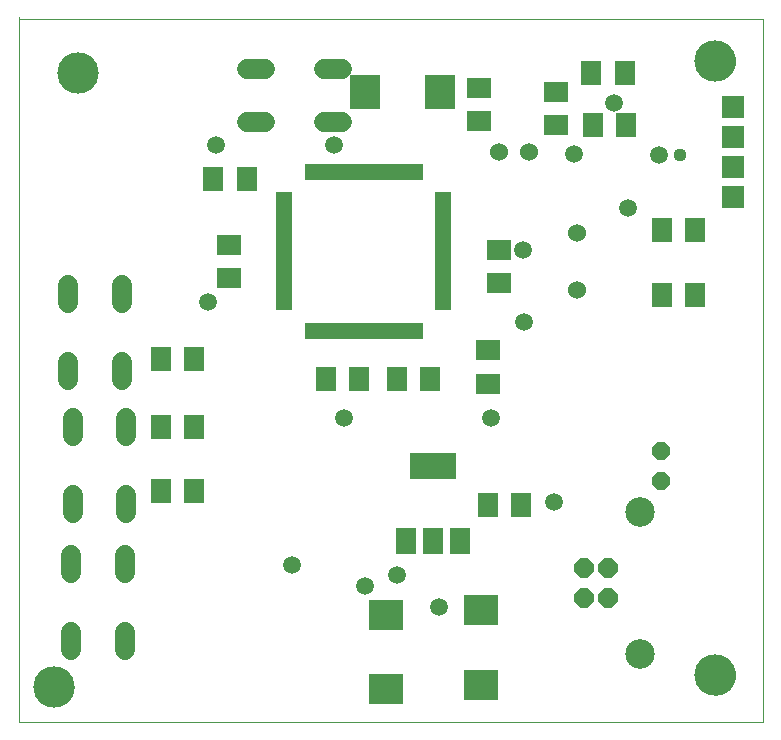
<source format=gbr>
G04 EAGLE Gerber RS-274X export*
G75*
%MOMM*%
%FSLAX34Y34*%
%LPD*%
%INSoldermask Top*%
%IPPOS*%
%AMOC8*
5,1,8,0,0,1.08239X$1,22.5*%
G01*
%ADD10C,0.000000*%
%ADD11C,3.503200*%
%ADD12R,2.003200X1.803200*%
%ADD13R,3.003200X2.603200*%
%ADD14R,1.803200X2.003200*%
%ADD15R,2.603200X3.003200*%
%ADD16R,1.403200X0.503200*%
%ADD17R,0.503200X1.403200*%
%ADD18R,1.701800X2.209800*%
%ADD19R,4.013200X2.209800*%
%ADD20C,1.727200*%
%ADD21P,1.649562X8X292.500000*%
%ADD22C,1.524000*%
%ADD23R,1.803200X2.006200*%
%ADD24R,2.006200X1.803200*%
%ADD25P,1.798066X8X112.500000*%
%ADD26C,2.503200*%
%ADD27R,1.908300X1.908300*%
%ADD28C,1.503200*%
%ADD29C,1.109600*%


D10*
X0Y0D02*
X629920Y0D01*
X0Y595630D02*
X0Y596900D01*
X33500Y550000D02*
X33505Y550405D01*
X33520Y550810D01*
X33545Y551214D01*
X33579Y551617D01*
X33624Y552020D01*
X33679Y552421D01*
X33743Y552821D01*
X33817Y553219D01*
X33901Y553615D01*
X33994Y554009D01*
X34098Y554401D01*
X34210Y554790D01*
X34333Y555176D01*
X34465Y555559D01*
X34606Y555938D01*
X34756Y556314D01*
X34916Y556686D01*
X35084Y557055D01*
X35262Y557419D01*
X35448Y557778D01*
X35644Y558133D01*
X35847Y558483D01*
X36060Y558827D01*
X36281Y559167D01*
X36510Y559501D01*
X36747Y559829D01*
X36992Y560151D01*
X37245Y560467D01*
X37506Y560777D01*
X37774Y561081D01*
X38050Y561377D01*
X38333Y561667D01*
X38623Y561950D01*
X38919Y562226D01*
X39223Y562494D01*
X39533Y562755D01*
X39849Y563008D01*
X40171Y563253D01*
X40499Y563490D01*
X40833Y563719D01*
X41173Y563940D01*
X41517Y564153D01*
X41867Y564356D01*
X42222Y564552D01*
X42581Y564738D01*
X42945Y564916D01*
X43314Y565084D01*
X43686Y565244D01*
X44062Y565394D01*
X44441Y565535D01*
X44824Y565667D01*
X45210Y565790D01*
X45599Y565902D01*
X45991Y566006D01*
X46385Y566099D01*
X46781Y566183D01*
X47179Y566257D01*
X47579Y566321D01*
X47980Y566376D01*
X48383Y566421D01*
X48786Y566455D01*
X49190Y566480D01*
X49595Y566495D01*
X50000Y566500D01*
X50405Y566495D01*
X50810Y566480D01*
X51214Y566455D01*
X51617Y566421D01*
X52020Y566376D01*
X52421Y566321D01*
X52821Y566257D01*
X53219Y566183D01*
X53615Y566099D01*
X54009Y566006D01*
X54401Y565902D01*
X54790Y565790D01*
X55176Y565667D01*
X55559Y565535D01*
X55938Y565394D01*
X56314Y565244D01*
X56686Y565084D01*
X57055Y564916D01*
X57419Y564738D01*
X57778Y564552D01*
X58133Y564356D01*
X58483Y564153D01*
X58827Y563940D01*
X59167Y563719D01*
X59501Y563490D01*
X59829Y563253D01*
X60151Y563008D01*
X60467Y562755D01*
X60777Y562494D01*
X61081Y562226D01*
X61377Y561950D01*
X61667Y561667D01*
X61950Y561377D01*
X62226Y561081D01*
X62494Y560777D01*
X62755Y560467D01*
X63008Y560151D01*
X63253Y559829D01*
X63490Y559501D01*
X63719Y559167D01*
X63940Y558827D01*
X64153Y558483D01*
X64356Y558133D01*
X64552Y557778D01*
X64738Y557419D01*
X64916Y557055D01*
X65084Y556686D01*
X65244Y556314D01*
X65394Y555938D01*
X65535Y555559D01*
X65667Y555176D01*
X65790Y554790D01*
X65902Y554401D01*
X66006Y554009D01*
X66099Y553615D01*
X66183Y553219D01*
X66257Y552821D01*
X66321Y552421D01*
X66376Y552020D01*
X66421Y551617D01*
X66455Y551214D01*
X66480Y550810D01*
X66495Y550405D01*
X66500Y550000D01*
X66495Y549595D01*
X66480Y549190D01*
X66455Y548786D01*
X66421Y548383D01*
X66376Y547980D01*
X66321Y547579D01*
X66257Y547179D01*
X66183Y546781D01*
X66099Y546385D01*
X66006Y545991D01*
X65902Y545599D01*
X65790Y545210D01*
X65667Y544824D01*
X65535Y544441D01*
X65394Y544062D01*
X65244Y543686D01*
X65084Y543314D01*
X64916Y542945D01*
X64738Y542581D01*
X64552Y542222D01*
X64356Y541867D01*
X64153Y541517D01*
X63940Y541173D01*
X63719Y540833D01*
X63490Y540499D01*
X63253Y540171D01*
X63008Y539849D01*
X62755Y539533D01*
X62494Y539223D01*
X62226Y538919D01*
X61950Y538623D01*
X61667Y538333D01*
X61377Y538050D01*
X61081Y537774D01*
X60777Y537506D01*
X60467Y537245D01*
X60151Y536992D01*
X59829Y536747D01*
X59501Y536510D01*
X59167Y536281D01*
X58827Y536060D01*
X58483Y535847D01*
X58133Y535644D01*
X57778Y535448D01*
X57419Y535262D01*
X57055Y535084D01*
X56686Y534916D01*
X56314Y534756D01*
X55938Y534606D01*
X55559Y534465D01*
X55176Y534333D01*
X54790Y534210D01*
X54401Y534098D01*
X54009Y533994D01*
X53615Y533901D01*
X53219Y533817D01*
X52821Y533743D01*
X52421Y533679D01*
X52020Y533624D01*
X51617Y533579D01*
X51214Y533545D01*
X50810Y533520D01*
X50405Y533505D01*
X50000Y533500D01*
X49595Y533505D01*
X49190Y533520D01*
X48786Y533545D01*
X48383Y533579D01*
X47980Y533624D01*
X47579Y533679D01*
X47179Y533743D01*
X46781Y533817D01*
X46385Y533901D01*
X45991Y533994D01*
X45599Y534098D01*
X45210Y534210D01*
X44824Y534333D01*
X44441Y534465D01*
X44062Y534606D01*
X43686Y534756D01*
X43314Y534916D01*
X42945Y535084D01*
X42581Y535262D01*
X42222Y535448D01*
X41867Y535644D01*
X41517Y535847D01*
X41173Y536060D01*
X40833Y536281D01*
X40499Y536510D01*
X40171Y536747D01*
X39849Y536992D01*
X39533Y537245D01*
X39223Y537506D01*
X38919Y537774D01*
X38623Y538050D01*
X38333Y538333D01*
X38050Y538623D01*
X37774Y538919D01*
X37506Y539223D01*
X37245Y539533D01*
X36992Y539849D01*
X36747Y540171D01*
X36510Y540499D01*
X36281Y540833D01*
X36060Y541173D01*
X35847Y541517D01*
X35644Y541867D01*
X35448Y542222D01*
X35262Y542581D01*
X35084Y542945D01*
X34916Y543314D01*
X34756Y543686D01*
X34606Y544062D01*
X34465Y544441D01*
X34333Y544824D01*
X34210Y545210D01*
X34098Y545599D01*
X33994Y545991D01*
X33901Y546385D01*
X33817Y546781D01*
X33743Y547179D01*
X33679Y547579D01*
X33624Y547980D01*
X33579Y548383D01*
X33545Y548786D01*
X33520Y549190D01*
X33505Y549595D01*
X33500Y550000D01*
D11*
X50000Y550000D03*
D10*
X573500Y40000D02*
X573505Y40405D01*
X573520Y40810D01*
X573545Y41214D01*
X573579Y41617D01*
X573624Y42020D01*
X573679Y42421D01*
X573743Y42821D01*
X573817Y43219D01*
X573901Y43615D01*
X573994Y44009D01*
X574098Y44401D01*
X574210Y44790D01*
X574333Y45176D01*
X574465Y45559D01*
X574606Y45938D01*
X574756Y46314D01*
X574916Y46686D01*
X575084Y47055D01*
X575262Y47419D01*
X575448Y47778D01*
X575644Y48133D01*
X575847Y48483D01*
X576060Y48827D01*
X576281Y49167D01*
X576510Y49501D01*
X576747Y49829D01*
X576992Y50151D01*
X577245Y50467D01*
X577506Y50777D01*
X577774Y51081D01*
X578050Y51377D01*
X578333Y51667D01*
X578623Y51950D01*
X578919Y52226D01*
X579223Y52494D01*
X579533Y52755D01*
X579849Y53008D01*
X580171Y53253D01*
X580499Y53490D01*
X580833Y53719D01*
X581173Y53940D01*
X581517Y54153D01*
X581867Y54356D01*
X582222Y54552D01*
X582581Y54738D01*
X582945Y54916D01*
X583314Y55084D01*
X583686Y55244D01*
X584062Y55394D01*
X584441Y55535D01*
X584824Y55667D01*
X585210Y55790D01*
X585599Y55902D01*
X585991Y56006D01*
X586385Y56099D01*
X586781Y56183D01*
X587179Y56257D01*
X587579Y56321D01*
X587980Y56376D01*
X588383Y56421D01*
X588786Y56455D01*
X589190Y56480D01*
X589595Y56495D01*
X590000Y56500D01*
X590405Y56495D01*
X590810Y56480D01*
X591214Y56455D01*
X591617Y56421D01*
X592020Y56376D01*
X592421Y56321D01*
X592821Y56257D01*
X593219Y56183D01*
X593615Y56099D01*
X594009Y56006D01*
X594401Y55902D01*
X594790Y55790D01*
X595176Y55667D01*
X595559Y55535D01*
X595938Y55394D01*
X596314Y55244D01*
X596686Y55084D01*
X597055Y54916D01*
X597419Y54738D01*
X597778Y54552D01*
X598133Y54356D01*
X598483Y54153D01*
X598827Y53940D01*
X599167Y53719D01*
X599501Y53490D01*
X599829Y53253D01*
X600151Y53008D01*
X600467Y52755D01*
X600777Y52494D01*
X601081Y52226D01*
X601377Y51950D01*
X601667Y51667D01*
X601950Y51377D01*
X602226Y51081D01*
X602494Y50777D01*
X602755Y50467D01*
X603008Y50151D01*
X603253Y49829D01*
X603490Y49501D01*
X603719Y49167D01*
X603940Y48827D01*
X604153Y48483D01*
X604356Y48133D01*
X604552Y47778D01*
X604738Y47419D01*
X604916Y47055D01*
X605084Y46686D01*
X605244Y46314D01*
X605394Y45938D01*
X605535Y45559D01*
X605667Y45176D01*
X605790Y44790D01*
X605902Y44401D01*
X606006Y44009D01*
X606099Y43615D01*
X606183Y43219D01*
X606257Y42821D01*
X606321Y42421D01*
X606376Y42020D01*
X606421Y41617D01*
X606455Y41214D01*
X606480Y40810D01*
X606495Y40405D01*
X606500Y40000D01*
X606495Y39595D01*
X606480Y39190D01*
X606455Y38786D01*
X606421Y38383D01*
X606376Y37980D01*
X606321Y37579D01*
X606257Y37179D01*
X606183Y36781D01*
X606099Y36385D01*
X606006Y35991D01*
X605902Y35599D01*
X605790Y35210D01*
X605667Y34824D01*
X605535Y34441D01*
X605394Y34062D01*
X605244Y33686D01*
X605084Y33314D01*
X604916Y32945D01*
X604738Y32581D01*
X604552Y32222D01*
X604356Y31867D01*
X604153Y31517D01*
X603940Y31173D01*
X603719Y30833D01*
X603490Y30499D01*
X603253Y30171D01*
X603008Y29849D01*
X602755Y29533D01*
X602494Y29223D01*
X602226Y28919D01*
X601950Y28623D01*
X601667Y28333D01*
X601377Y28050D01*
X601081Y27774D01*
X600777Y27506D01*
X600467Y27245D01*
X600151Y26992D01*
X599829Y26747D01*
X599501Y26510D01*
X599167Y26281D01*
X598827Y26060D01*
X598483Y25847D01*
X598133Y25644D01*
X597778Y25448D01*
X597419Y25262D01*
X597055Y25084D01*
X596686Y24916D01*
X596314Y24756D01*
X595938Y24606D01*
X595559Y24465D01*
X595176Y24333D01*
X594790Y24210D01*
X594401Y24098D01*
X594009Y23994D01*
X593615Y23901D01*
X593219Y23817D01*
X592821Y23743D01*
X592421Y23679D01*
X592020Y23624D01*
X591617Y23579D01*
X591214Y23545D01*
X590810Y23520D01*
X590405Y23505D01*
X590000Y23500D01*
X589595Y23505D01*
X589190Y23520D01*
X588786Y23545D01*
X588383Y23579D01*
X587980Y23624D01*
X587579Y23679D01*
X587179Y23743D01*
X586781Y23817D01*
X586385Y23901D01*
X585991Y23994D01*
X585599Y24098D01*
X585210Y24210D01*
X584824Y24333D01*
X584441Y24465D01*
X584062Y24606D01*
X583686Y24756D01*
X583314Y24916D01*
X582945Y25084D01*
X582581Y25262D01*
X582222Y25448D01*
X581867Y25644D01*
X581517Y25847D01*
X581173Y26060D01*
X580833Y26281D01*
X580499Y26510D01*
X580171Y26747D01*
X579849Y26992D01*
X579533Y27245D01*
X579223Y27506D01*
X578919Y27774D01*
X578623Y28050D01*
X578333Y28333D01*
X578050Y28623D01*
X577774Y28919D01*
X577506Y29223D01*
X577245Y29533D01*
X576992Y29849D01*
X576747Y30171D01*
X576510Y30499D01*
X576281Y30833D01*
X576060Y31173D01*
X575847Y31517D01*
X575644Y31867D01*
X575448Y32222D01*
X575262Y32581D01*
X575084Y32945D01*
X574916Y33314D01*
X574756Y33686D01*
X574606Y34062D01*
X574465Y34441D01*
X574333Y34824D01*
X574210Y35210D01*
X574098Y35599D01*
X573994Y35991D01*
X573901Y36385D01*
X573817Y36781D01*
X573743Y37179D01*
X573679Y37579D01*
X573624Y37980D01*
X573579Y38383D01*
X573545Y38786D01*
X573520Y39190D01*
X573505Y39595D01*
X573500Y40000D01*
D11*
X590000Y40000D03*
D10*
X573500Y560000D02*
X573505Y560405D01*
X573520Y560810D01*
X573545Y561214D01*
X573579Y561617D01*
X573624Y562020D01*
X573679Y562421D01*
X573743Y562821D01*
X573817Y563219D01*
X573901Y563615D01*
X573994Y564009D01*
X574098Y564401D01*
X574210Y564790D01*
X574333Y565176D01*
X574465Y565559D01*
X574606Y565938D01*
X574756Y566314D01*
X574916Y566686D01*
X575084Y567055D01*
X575262Y567419D01*
X575448Y567778D01*
X575644Y568133D01*
X575847Y568483D01*
X576060Y568827D01*
X576281Y569167D01*
X576510Y569501D01*
X576747Y569829D01*
X576992Y570151D01*
X577245Y570467D01*
X577506Y570777D01*
X577774Y571081D01*
X578050Y571377D01*
X578333Y571667D01*
X578623Y571950D01*
X578919Y572226D01*
X579223Y572494D01*
X579533Y572755D01*
X579849Y573008D01*
X580171Y573253D01*
X580499Y573490D01*
X580833Y573719D01*
X581173Y573940D01*
X581517Y574153D01*
X581867Y574356D01*
X582222Y574552D01*
X582581Y574738D01*
X582945Y574916D01*
X583314Y575084D01*
X583686Y575244D01*
X584062Y575394D01*
X584441Y575535D01*
X584824Y575667D01*
X585210Y575790D01*
X585599Y575902D01*
X585991Y576006D01*
X586385Y576099D01*
X586781Y576183D01*
X587179Y576257D01*
X587579Y576321D01*
X587980Y576376D01*
X588383Y576421D01*
X588786Y576455D01*
X589190Y576480D01*
X589595Y576495D01*
X590000Y576500D01*
X590405Y576495D01*
X590810Y576480D01*
X591214Y576455D01*
X591617Y576421D01*
X592020Y576376D01*
X592421Y576321D01*
X592821Y576257D01*
X593219Y576183D01*
X593615Y576099D01*
X594009Y576006D01*
X594401Y575902D01*
X594790Y575790D01*
X595176Y575667D01*
X595559Y575535D01*
X595938Y575394D01*
X596314Y575244D01*
X596686Y575084D01*
X597055Y574916D01*
X597419Y574738D01*
X597778Y574552D01*
X598133Y574356D01*
X598483Y574153D01*
X598827Y573940D01*
X599167Y573719D01*
X599501Y573490D01*
X599829Y573253D01*
X600151Y573008D01*
X600467Y572755D01*
X600777Y572494D01*
X601081Y572226D01*
X601377Y571950D01*
X601667Y571667D01*
X601950Y571377D01*
X602226Y571081D01*
X602494Y570777D01*
X602755Y570467D01*
X603008Y570151D01*
X603253Y569829D01*
X603490Y569501D01*
X603719Y569167D01*
X603940Y568827D01*
X604153Y568483D01*
X604356Y568133D01*
X604552Y567778D01*
X604738Y567419D01*
X604916Y567055D01*
X605084Y566686D01*
X605244Y566314D01*
X605394Y565938D01*
X605535Y565559D01*
X605667Y565176D01*
X605790Y564790D01*
X605902Y564401D01*
X606006Y564009D01*
X606099Y563615D01*
X606183Y563219D01*
X606257Y562821D01*
X606321Y562421D01*
X606376Y562020D01*
X606421Y561617D01*
X606455Y561214D01*
X606480Y560810D01*
X606495Y560405D01*
X606500Y560000D01*
X606495Y559595D01*
X606480Y559190D01*
X606455Y558786D01*
X606421Y558383D01*
X606376Y557980D01*
X606321Y557579D01*
X606257Y557179D01*
X606183Y556781D01*
X606099Y556385D01*
X606006Y555991D01*
X605902Y555599D01*
X605790Y555210D01*
X605667Y554824D01*
X605535Y554441D01*
X605394Y554062D01*
X605244Y553686D01*
X605084Y553314D01*
X604916Y552945D01*
X604738Y552581D01*
X604552Y552222D01*
X604356Y551867D01*
X604153Y551517D01*
X603940Y551173D01*
X603719Y550833D01*
X603490Y550499D01*
X603253Y550171D01*
X603008Y549849D01*
X602755Y549533D01*
X602494Y549223D01*
X602226Y548919D01*
X601950Y548623D01*
X601667Y548333D01*
X601377Y548050D01*
X601081Y547774D01*
X600777Y547506D01*
X600467Y547245D01*
X600151Y546992D01*
X599829Y546747D01*
X599501Y546510D01*
X599167Y546281D01*
X598827Y546060D01*
X598483Y545847D01*
X598133Y545644D01*
X597778Y545448D01*
X597419Y545262D01*
X597055Y545084D01*
X596686Y544916D01*
X596314Y544756D01*
X595938Y544606D01*
X595559Y544465D01*
X595176Y544333D01*
X594790Y544210D01*
X594401Y544098D01*
X594009Y543994D01*
X593615Y543901D01*
X593219Y543817D01*
X592821Y543743D01*
X592421Y543679D01*
X592020Y543624D01*
X591617Y543579D01*
X591214Y543545D01*
X590810Y543520D01*
X590405Y543505D01*
X590000Y543500D01*
X589595Y543505D01*
X589190Y543520D01*
X588786Y543545D01*
X588383Y543579D01*
X587980Y543624D01*
X587579Y543679D01*
X587179Y543743D01*
X586781Y543817D01*
X586385Y543901D01*
X585991Y543994D01*
X585599Y544098D01*
X585210Y544210D01*
X584824Y544333D01*
X584441Y544465D01*
X584062Y544606D01*
X583686Y544756D01*
X583314Y544916D01*
X582945Y545084D01*
X582581Y545262D01*
X582222Y545448D01*
X581867Y545644D01*
X581517Y545847D01*
X581173Y546060D01*
X580833Y546281D01*
X580499Y546510D01*
X580171Y546747D01*
X579849Y546992D01*
X579533Y547245D01*
X579223Y547506D01*
X578919Y547774D01*
X578623Y548050D01*
X578333Y548333D01*
X578050Y548623D01*
X577774Y548919D01*
X577506Y549223D01*
X577245Y549533D01*
X576992Y549849D01*
X576747Y550171D01*
X576510Y550499D01*
X576281Y550833D01*
X576060Y551173D01*
X575847Y551517D01*
X575644Y551867D01*
X575448Y552222D01*
X575262Y552581D01*
X575084Y552945D01*
X574916Y553314D01*
X574756Y553686D01*
X574606Y554062D01*
X574465Y554441D01*
X574333Y554824D01*
X574210Y555210D01*
X574098Y555599D01*
X573994Y555991D01*
X573901Y556385D01*
X573817Y556781D01*
X573743Y557179D01*
X573679Y557579D01*
X573624Y557980D01*
X573579Y558383D01*
X573545Y558786D01*
X573520Y559190D01*
X573505Y559595D01*
X573500Y560000D01*
D11*
X590000Y560000D03*
D10*
X13500Y30000D02*
X13505Y30405D01*
X13520Y30810D01*
X13545Y31214D01*
X13579Y31617D01*
X13624Y32020D01*
X13679Y32421D01*
X13743Y32821D01*
X13817Y33219D01*
X13901Y33615D01*
X13994Y34009D01*
X14098Y34401D01*
X14210Y34790D01*
X14333Y35176D01*
X14465Y35559D01*
X14606Y35938D01*
X14756Y36314D01*
X14916Y36686D01*
X15084Y37055D01*
X15262Y37419D01*
X15448Y37778D01*
X15644Y38133D01*
X15847Y38483D01*
X16060Y38827D01*
X16281Y39167D01*
X16510Y39501D01*
X16747Y39829D01*
X16992Y40151D01*
X17245Y40467D01*
X17506Y40777D01*
X17774Y41081D01*
X18050Y41377D01*
X18333Y41667D01*
X18623Y41950D01*
X18919Y42226D01*
X19223Y42494D01*
X19533Y42755D01*
X19849Y43008D01*
X20171Y43253D01*
X20499Y43490D01*
X20833Y43719D01*
X21173Y43940D01*
X21517Y44153D01*
X21867Y44356D01*
X22222Y44552D01*
X22581Y44738D01*
X22945Y44916D01*
X23314Y45084D01*
X23686Y45244D01*
X24062Y45394D01*
X24441Y45535D01*
X24824Y45667D01*
X25210Y45790D01*
X25599Y45902D01*
X25991Y46006D01*
X26385Y46099D01*
X26781Y46183D01*
X27179Y46257D01*
X27579Y46321D01*
X27980Y46376D01*
X28383Y46421D01*
X28786Y46455D01*
X29190Y46480D01*
X29595Y46495D01*
X30000Y46500D01*
X30405Y46495D01*
X30810Y46480D01*
X31214Y46455D01*
X31617Y46421D01*
X32020Y46376D01*
X32421Y46321D01*
X32821Y46257D01*
X33219Y46183D01*
X33615Y46099D01*
X34009Y46006D01*
X34401Y45902D01*
X34790Y45790D01*
X35176Y45667D01*
X35559Y45535D01*
X35938Y45394D01*
X36314Y45244D01*
X36686Y45084D01*
X37055Y44916D01*
X37419Y44738D01*
X37778Y44552D01*
X38133Y44356D01*
X38483Y44153D01*
X38827Y43940D01*
X39167Y43719D01*
X39501Y43490D01*
X39829Y43253D01*
X40151Y43008D01*
X40467Y42755D01*
X40777Y42494D01*
X41081Y42226D01*
X41377Y41950D01*
X41667Y41667D01*
X41950Y41377D01*
X42226Y41081D01*
X42494Y40777D01*
X42755Y40467D01*
X43008Y40151D01*
X43253Y39829D01*
X43490Y39501D01*
X43719Y39167D01*
X43940Y38827D01*
X44153Y38483D01*
X44356Y38133D01*
X44552Y37778D01*
X44738Y37419D01*
X44916Y37055D01*
X45084Y36686D01*
X45244Y36314D01*
X45394Y35938D01*
X45535Y35559D01*
X45667Y35176D01*
X45790Y34790D01*
X45902Y34401D01*
X46006Y34009D01*
X46099Y33615D01*
X46183Y33219D01*
X46257Y32821D01*
X46321Y32421D01*
X46376Y32020D01*
X46421Y31617D01*
X46455Y31214D01*
X46480Y30810D01*
X46495Y30405D01*
X46500Y30000D01*
X46495Y29595D01*
X46480Y29190D01*
X46455Y28786D01*
X46421Y28383D01*
X46376Y27980D01*
X46321Y27579D01*
X46257Y27179D01*
X46183Y26781D01*
X46099Y26385D01*
X46006Y25991D01*
X45902Y25599D01*
X45790Y25210D01*
X45667Y24824D01*
X45535Y24441D01*
X45394Y24062D01*
X45244Y23686D01*
X45084Y23314D01*
X44916Y22945D01*
X44738Y22581D01*
X44552Y22222D01*
X44356Y21867D01*
X44153Y21517D01*
X43940Y21173D01*
X43719Y20833D01*
X43490Y20499D01*
X43253Y20171D01*
X43008Y19849D01*
X42755Y19533D01*
X42494Y19223D01*
X42226Y18919D01*
X41950Y18623D01*
X41667Y18333D01*
X41377Y18050D01*
X41081Y17774D01*
X40777Y17506D01*
X40467Y17245D01*
X40151Y16992D01*
X39829Y16747D01*
X39501Y16510D01*
X39167Y16281D01*
X38827Y16060D01*
X38483Y15847D01*
X38133Y15644D01*
X37778Y15448D01*
X37419Y15262D01*
X37055Y15084D01*
X36686Y14916D01*
X36314Y14756D01*
X35938Y14606D01*
X35559Y14465D01*
X35176Y14333D01*
X34790Y14210D01*
X34401Y14098D01*
X34009Y13994D01*
X33615Y13901D01*
X33219Y13817D01*
X32821Y13743D01*
X32421Y13679D01*
X32020Y13624D01*
X31617Y13579D01*
X31214Y13545D01*
X30810Y13520D01*
X30405Y13505D01*
X30000Y13500D01*
X29595Y13505D01*
X29190Y13520D01*
X28786Y13545D01*
X28383Y13579D01*
X27980Y13624D01*
X27579Y13679D01*
X27179Y13743D01*
X26781Y13817D01*
X26385Y13901D01*
X25991Y13994D01*
X25599Y14098D01*
X25210Y14210D01*
X24824Y14333D01*
X24441Y14465D01*
X24062Y14606D01*
X23686Y14756D01*
X23314Y14916D01*
X22945Y15084D01*
X22581Y15262D01*
X22222Y15448D01*
X21867Y15644D01*
X21517Y15847D01*
X21173Y16060D01*
X20833Y16281D01*
X20499Y16510D01*
X20171Y16747D01*
X19849Y16992D01*
X19533Y17245D01*
X19223Y17506D01*
X18919Y17774D01*
X18623Y18050D01*
X18333Y18333D01*
X18050Y18623D01*
X17774Y18919D01*
X17506Y19223D01*
X17245Y19533D01*
X16992Y19849D01*
X16747Y20171D01*
X16510Y20499D01*
X16281Y20833D01*
X16060Y21173D01*
X15847Y21517D01*
X15644Y21867D01*
X15448Y22222D01*
X15262Y22581D01*
X15084Y22945D01*
X14916Y23314D01*
X14756Y23686D01*
X14606Y24062D01*
X14465Y24441D01*
X14333Y24824D01*
X14210Y25210D01*
X14098Y25599D01*
X13994Y25991D01*
X13901Y26385D01*
X13817Y26781D01*
X13743Y27179D01*
X13679Y27579D01*
X13624Y27980D01*
X13579Y28383D01*
X13545Y28786D01*
X13520Y29190D01*
X13505Y29595D01*
X13500Y30000D01*
D11*
X30000Y30000D03*
D10*
X0Y0D02*
X0Y595630D01*
X629920Y595630D01*
X629920Y0D01*
D12*
X177800Y375890D03*
X177800Y403890D03*
D13*
X391160Y95000D03*
X391160Y32000D03*
X311150Y91190D03*
X311150Y28190D03*
D14*
X260320Y290830D03*
X288320Y290830D03*
D12*
X406400Y372080D03*
X406400Y400080D03*
D14*
X348010Y290830D03*
X320010Y290830D03*
D15*
X293620Y533400D03*
X356620Y533400D03*
D14*
X544800Y361950D03*
X572800Y361950D03*
X544800Y416560D03*
X572800Y416560D03*
D12*
X389890Y509240D03*
X389890Y537240D03*
X454660Y505430D03*
X454660Y533430D03*
D16*
X224850Y446280D03*
X224850Y441280D03*
X224850Y436280D03*
X224850Y431280D03*
X224850Y426280D03*
X224850Y421280D03*
X224850Y416280D03*
X224850Y411280D03*
X224850Y406280D03*
X224850Y401280D03*
X224850Y396280D03*
X224850Y391280D03*
X224850Y386280D03*
X224850Y381280D03*
X224850Y376280D03*
X224850Y371280D03*
X224850Y366280D03*
X224850Y361280D03*
X224850Y356280D03*
X224850Y351280D03*
D17*
X244600Y331530D03*
X249600Y331530D03*
X254600Y331530D03*
X259600Y331530D03*
X264600Y331530D03*
X269600Y331530D03*
X274600Y331530D03*
X279600Y331530D03*
X284600Y331530D03*
X289600Y331530D03*
X294600Y331530D03*
X299600Y331530D03*
X304600Y331530D03*
X309600Y331530D03*
X314600Y331530D03*
X319600Y331530D03*
X324600Y331530D03*
X329600Y331530D03*
X334600Y331530D03*
X339600Y331530D03*
D16*
X359350Y351280D03*
X359350Y356280D03*
X359350Y361280D03*
X359350Y366280D03*
X359350Y371280D03*
X359350Y376280D03*
X359350Y381280D03*
X359350Y386280D03*
X359350Y391280D03*
X359350Y396280D03*
X359350Y401280D03*
X359350Y406280D03*
X359350Y411280D03*
X359350Y416280D03*
X359350Y421280D03*
X359350Y426280D03*
X359350Y431280D03*
X359350Y436280D03*
X359350Y441280D03*
X359350Y446280D03*
D17*
X339600Y466030D03*
X334600Y466030D03*
X329600Y466030D03*
X324600Y466030D03*
X319600Y466030D03*
X314600Y466030D03*
X309600Y466030D03*
X304600Y466030D03*
X299600Y466030D03*
X294600Y466030D03*
X289600Y466030D03*
X284600Y466030D03*
X279600Y466030D03*
X274600Y466030D03*
X269600Y466030D03*
X264600Y466030D03*
X259600Y466030D03*
X254600Y466030D03*
X249600Y466030D03*
X244600Y466030D03*
D18*
X327914Y153924D03*
X350774Y153924D03*
X373634Y153924D03*
D19*
X350520Y216916D03*
D20*
X89916Y141732D02*
X89916Y126492D01*
X44704Y126492D02*
X44704Y141732D01*
X89916Y76708D02*
X89916Y61468D01*
X44704Y61468D02*
X44704Y76708D01*
D21*
X543560Y229870D03*
X543560Y204470D03*
D22*
X472440Y365760D03*
X472440Y414020D03*
X406400Y482600D03*
X431800Y482600D03*
D23*
X164850Y459740D03*
X193290Y459740D03*
D24*
X397510Y286770D03*
X397510Y315210D03*
D23*
X148840Y195580D03*
X120400Y195580D03*
X397260Y184150D03*
X425700Y184150D03*
X514600Y505460D03*
X486160Y505460D03*
X148840Y307340D03*
X120400Y307340D03*
X148840Y250190D03*
X120400Y250190D03*
X513330Y549910D03*
X484890Y549910D03*
D20*
X273812Y508254D02*
X258572Y508254D01*
X258572Y553466D02*
X273812Y553466D01*
X208788Y508254D02*
X193548Y508254D01*
X193548Y553466D02*
X208788Y553466D01*
X87376Y370332D02*
X87376Y355092D01*
X42164Y355092D02*
X42164Y370332D01*
X87376Y305308D02*
X87376Y290068D01*
X42164Y290068D02*
X42164Y305308D01*
X91186Y257302D02*
X91186Y242062D01*
X45974Y242062D02*
X45974Y257302D01*
X91186Y192278D02*
X91186Y177038D01*
X45974Y177038D02*
X45974Y192278D01*
D25*
X478680Y130610D03*
X478680Y105610D03*
X498680Y105610D03*
X498680Y130610D03*
D10*
X514280Y57910D02*
X514283Y58192D01*
X514294Y58474D01*
X514311Y58756D01*
X514335Y59037D01*
X514366Y59318D01*
X514404Y59597D01*
X514449Y59876D01*
X514501Y60154D01*
X514559Y60430D01*
X514625Y60704D01*
X514697Y60977D01*
X514775Y61248D01*
X514860Y61517D01*
X514952Y61784D01*
X515051Y62049D01*
X515155Y62311D01*
X515267Y62570D01*
X515384Y62827D01*
X515508Y63081D01*
X515638Y63331D01*
X515774Y63578D01*
X515916Y63822D01*
X516064Y64062D01*
X516218Y64299D01*
X516378Y64532D01*
X516543Y64761D01*
X516714Y64985D01*
X516890Y65206D01*
X517072Y65421D01*
X517259Y65633D01*
X517451Y65840D01*
X517648Y66042D01*
X517850Y66239D01*
X518057Y66431D01*
X518269Y66618D01*
X518484Y66800D01*
X518705Y66976D01*
X518929Y67147D01*
X519158Y67312D01*
X519391Y67472D01*
X519628Y67626D01*
X519868Y67774D01*
X520112Y67916D01*
X520359Y68052D01*
X520609Y68182D01*
X520863Y68306D01*
X521120Y68423D01*
X521379Y68535D01*
X521641Y68639D01*
X521906Y68738D01*
X522173Y68830D01*
X522442Y68915D01*
X522713Y68993D01*
X522986Y69065D01*
X523260Y69131D01*
X523536Y69189D01*
X523814Y69241D01*
X524093Y69286D01*
X524372Y69324D01*
X524653Y69355D01*
X524934Y69379D01*
X525216Y69396D01*
X525498Y69407D01*
X525780Y69410D01*
X526062Y69407D01*
X526344Y69396D01*
X526626Y69379D01*
X526907Y69355D01*
X527188Y69324D01*
X527467Y69286D01*
X527746Y69241D01*
X528024Y69189D01*
X528300Y69131D01*
X528574Y69065D01*
X528847Y68993D01*
X529118Y68915D01*
X529387Y68830D01*
X529654Y68738D01*
X529919Y68639D01*
X530181Y68535D01*
X530440Y68423D01*
X530697Y68306D01*
X530951Y68182D01*
X531201Y68052D01*
X531448Y67916D01*
X531692Y67774D01*
X531932Y67626D01*
X532169Y67472D01*
X532402Y67312D01*
X532631Y67147D01*
X532855Y66976D01*
X533076Y66800D01*
X533291Y66618D01*
X533503Y66431D01*
X533710Y66239D01*
X533912Y66042D01*
X534109Y65840D01*
X534301Y65633D01*
X534488Y65421D01*
X534670Y65206D01*
X534846Y64985D01*
X535017Y64761D01*
X535182Y64532D01*
X535342Y64299D01*
X535496Y64062D01*
X535644Y63822D01*
X535786Y63578D01*
X535922Y63331D01*
X536052Y63081D01*
X536176Y62827D01*
X536293Y62570D01*
X536405Y62311D01*
X536509Y62049D01*
X536608Y61784D01*
X536700Y61517D01*
X536785Y61248D01*
X536863Y60977D01*
X536935Y60704D01*
X537001Y60430D01*
X537059Y60154D01*
X537111Y59876D01*
X537156Y59597D01*
X537194Y59318D01*
X537225Y59037D01*
X537249Y58756D01*
X537266Y58474D01*
X537277Y58192D01*
X537280Y57910D01*
X537277Y57628D01*
X537266Y57346D01*
X537249Y57064D01*
X537225Y56783D01*
X537194Y56502D01*
X537156Y56223D01*
X537111Y55944D01*
X537059Y55666D01*
X537001Y55390D01*
X536935Y55116D01*
X536863Y54843D01*
X536785Y54572D01*
X536700Y54303D01*
X536608Y54036D01*
X536509Y53771D01*
X536405Y53509D01*
X536293Y53250D01*
X536176Y52993D01*
X536052Y52739D01*
X535922Y52489D01*
X535786Y52242D01*
X535644Y51998D01*
X535496Y51758D01*
X535342Y51521D01*
X535182Y51288D01*
X535017Y51059D01*
X534846Y50835D01*
X534670Y50614D01*
X534488Y50399D01*
X534301Y50187D01*
X534109Y49980D01*
X533912Y49778D01*
X533710Y49581D01*
X533503Y49389D01*
X533291Y49202D01*
X533076Y49020D01*
X532855Y48844D01*
X532631Y48673D01*
X532402Y48508D01*
X532169Y48348D01*
X531932Y48194D01*
X531692Y48046D01*
X531448Y47904D01*
X531201Y47768D01*
X530951Y47638D01*
X530697Y47514D01*
X530440Y47397D01*
X530181Y47285D01*
X529919Y47181D01*
X529654Y47082D01*
X529387Y46990D01*
X529118Y46905D01*
X528847Y46827D01*
X528574Y46755D01*
X528300Y46689D01*
X528024Y46631D01*
X527746Y46579D01*
X527467Y46534D01*
X527188Y46496D01*
X526907Y46465D01*
X526626Y46441D01*
X526344Y46424D01*
X526062Y46413D01*
X525780Y46410D01*
X525498Y46413D01*
X525216Y46424D01*
X524934Y46441D01*
X524653Y46465D01*
X524372Y46496D01*
X524093Y46534D01*
X523814Y46579D01*
X523536Y46631D01*
X523260Y46689D01*
X522986Y46755D01*
X522713Y46827D01*
X522442Y46905D01*
X522173Y46990D01*
X521906Y47082D01*
X521641Y47181D01*
X521379Y47285D01*
X521120Y47397D01*
X520863Y47514D01*
X520609Y47638D01*
X520359Y47768D01*
X520112Y47904D01*
X519868Y48046D01*
X519628Y48194D01*
X519391Y48348D01*
X519158Y48508D01*
X518929Y48673D01*
X518705Y48844D01*
X518484Y49020D01*
X518269Y49202D01*
X518057Y49389D01*
X517850Y49581D01*
X517648Y49778D01*
X517451Y49980D01*
X517259Y50187D01*
X517072Y50399D01*
X516890Y50614D01*
X516714Y50835D01*
X516543Y51059D01*
X516378Y51288D01*
X516218Y51521D01*
X516064Y51758D01*
X515916Y51998D01*
X515774Y52242D01*
X515638Y52489D01*
X515508Y52739D01*
X515384Y52993D01*
X515267Y53250D01*
X515155Y53509D01*
X515051Y53771D01*
X514952Y54036D01*
X514860Y54303D01*
X514775Y54572D01*
X514697Y54843D01*
X514625Y55116D01*
X514559Y55390D01*
X514501Y55666D01*
X514449Y55944D01*
X514404Y56223D01*
X514366Y56502D01*
X514335Y56783D01*
X514311Y57064D01*
X514294Y57346D01*
X514283Y57628D01*
X514280Y57910D01*
D26*
X525780Y57910D03*
D10*
X514280Y178310D02*
X514283Y178592D01*
X514294Y178874D01*
X514311Y179156D01*
X514335Y179437D01*
X514366Y179718D01*
X514404Y179997D01*
X514449Y180276D01*
X514501Y180554D01*
X514559Y180830D01*
X514625Y181104D01*
X514697Y181377D01*
X514775Y181648D01*
X514860Y181917D01*
X514952Y182184D01*
X515051Y182449D01*
X515155Y182711D01*
X515267Y182970D01*
X515384Y183227D01*
X515508Y183481D01*
X515638Y183731D01*
X515774Y183978D01*
X515916Y184222D01*
X516064Y184462D01*
X516218Y184699D01*
X516378Y184932D01*
X516543Y185161D01*
X516714Y185385D01*
X516890Y185606D01*
X517072Y185821D01*
X517259Y186033D01*
X517451Y186240D01*
X517648Y186442D01*
X517850Y186639D01*
X518057Y186831D01*
X518269Y187018D01*
X518484Y187200D01*
X518705Y187376D01*
X518929Y187547D01*
X519158Y187712D01*
X519391Y187872D01*
X519628Y188026D01*
X519868Y188174D01*
X520112Y188316D01*
X520359Y188452D01*
X520609Y188582D01*
X520863Y188706D01*
X521120Y188823D01*
X521379Y188935D01*
X521641Y189039D01*
X521906Y189138D01*
X522173Y189230D01*
X522442Y189315D01*
X522713Y189393D01*
X522986Y189465D01*
X523260Y189531D01*
X523536Y189589D01*
X523814Y189641D01*
X524093Y189686D01*
X524372Y189724D01*
X524653Y189755D01*
X524934Y189779D01*
X525216Y189796D01*
X525498Y189807D01*
X525780Y189810D01*
X526062Y189807D01*
X526344Y189796D01*
X526626Y189779D01*
X526907Y189755D01*
X527188Y189724D01*
X527467Y189686D01*
X527746Y189641D01*
X528024Y189589D01*
X528300Y189531D01*
X528574Y189465D01*
X528847Y189393D01*
X529118Y189315D01*
X529387Y189230D01*
X529654Y189138D01*
X529919Y189039D01*
X530181Y188935D01*
X530440Y188823D01*
X530697Y188706D01*
X530951Y188582D01*
X531201Y188452D01*
X531448Y188316D01*
X531692Y188174D01*
X531932Y188026D01*
X532169Y187872D01*
X532402Y187712D01*
X532631Y187547D01*
X532855Y187376D01*
X533076Y187200D01*
X533291Y187018D01*
X533503Y186831D01*
X533710Y186639D01*
X533912Y186442D01*
X534109Y186240D01*
X534301Y186033D01*
X534488Y185821D01*
X534670Y185606D01*
X534846Y185385D01*
X535017Y185161D01*
X535182Y184932D01*
X535342Y184699D01*
X535496Y184462D01*
X535644Y184222D01*
X535786Y183978D01*
X535922Y183731D01*
X536052Y183481D01*
X536176Y183227D01*
X536293Y182970D01*
X536405Y182711D01*
X536509Y182449D01*
X536608Y182184D01*
X536700Y181917D01*
X536785Y181648D01*
X536863Y181377D01*
X536935Y181104D01*
X537001Y180830D01*
X537059Y180554D01*
X537111Y180276D01*
X537156Y179997D01*
X537194Y179718D01*
X537225Y179437D01*
X537249Y179156D01*
X537266Y178874D01*
X537277Y178592D01*
X537280Y178310D01*
X537277Y178028D01*
X537266Y177746D01*
X537249Y177464D01*
X537225Y177183D01*
X537194Y176902D01*
X537156Y176623D01*
X537111Y176344D01*
X537059Y176066D01*
X537001Y175790D01*
X536935Y175516D01*
X536863Y175243D01*
X536785Y174972D01*
X536700Y174703D01*
X536608Y174436D01*
X536509Y174171D01*
X536405Y173909D01*
X536293Y173650D01*
X536176Y173393D01*
X536052Y173139D01*
X535922Y172889D01*
X535786Y172642D01*
X535644Y172398D01*
X535496Y172158D01*
X535342Y171921D01*
X535182Y171688D01*
X535017Y171459D01*
X534846Y171235D01*
X534670Y171014D01*
X534488Y170799D01*
X534301Y170587D01*
X534109Y170380D01*
X533912Y170178D01*
X533710Y169981D01*
X533503Y169789D01*
X533291Y169602D01*
X533076Y169420D01*
X532855Y169244D01*
X532631Y169073D01*
X532402Y168908D01*
X532169Y168748D01*
X531932Y168594D01*
X531692Y168446D01*
X531448Y168304D01*
X531201Y168168D01*
X530951Y168038D01*
X530697Y167914D01*
X530440Y167797D01*
X530181Y167685D01*
X529919Y167581D01*
X529654Y167482D01*
X529387Y167390D01*
X529118Y167305D01*
X528847Y167227D01*
X528574Y167155D01*
X528300Y167089D01*
X528024Y167031D01*
X527746Y166979D01*
X527467Y166934D01*
X527188Y166896D01*
X526907Y166865D01*
X526626Y166841D01*
X526344Y166824D01*
X526062Y166813D01*
X525780Y166810D01*
X525498Y166813D01*
X525216Y166824D01*
X524934Y166841D01*
X524653Y166865D01*
X524372Y166896D01*
X524093Y166934D01*
X523814Y166979D01*
X523536Y167031D01*
X523260Y167089D01*
X522986Y167155D01*
X522713Y167227D01*
X522442Y167305D01*
X522173Y167390D01*
X521906Y167482D01*
X521641Y167581D01*
X521379Y167685D01*
X521120Y167797D01*
X520863Y167914D01*
X520609Y168038D01*
X520359Y168168D01*
X520112Y168304D01*
X519868Y168446D01*
X519628Y168594D01*
X519391Y168748D01*
X519158Y168908D01*
X518929Y169073D01*
X518705Y169244D01*
X518484Y169420D01*
X518269Y169602D01*
X518057Y169789D01*
X517850Y169981D01*
X517648Y170178D01*
X517451Y170380D01*
X517259Y170587D01*
X517072Y170799D01*
X516890Y171014D01*
X516714Y171235D01*
X516543Y171459D01*
X516378Y171688D01*
X516218Y171921D01*
X516064Y172158D01*
X515916Y172398D01*
X515774Y172642D01*
X515638Y172889D01*
X515508Y173139D01*
X515384Y173393D01*
X515267Y173650D01*
X515155Y173909D01*
X515051Y174171D01*
X514952Y174436D01*
X514860Y174703D01*
X514775Y174972D01*
X514697Y175243D01*
X514625Y175516D01*
X514559Y175790D01*
X514501Y176066D01*
X514449Y176344D01*
X514404Y176623D01*
X514366Y176902D01*
X514335Y177183D01*
X514311Y177464D01*
X514294Y177746D01*
X514283Y178028D01*
X514280Y178310D01*
D26*
X525780Y178310D03*
D27*
X604520Y444500D03*
X604520Y469900D03*
X604520Y495300D03*
X604520Y520700D03*
D28*
X426720Y400050D03*
X542290Y480060D03*
X320040Y124460D03*
X160020Y355600D03*
X293370Y115570D03*
X231140Y133350D03*
X167236Y488950D03*
X266700Y488950D03*
X275590Y257810D03*
X515620Y435610D03*
X427994Y339094D03*
D29*
X560070Y480060D03*
D28*
X355600Y97790D03*
X400050Y257810D03*
X453390Y186690D03*
X503782Y524510D03*
X469876Y481354D03*
M02*

</source>
